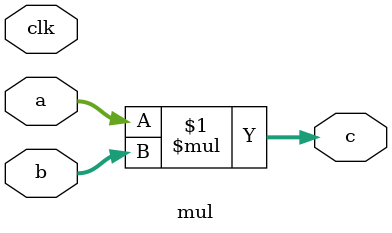
<source format=v>


//     reg [11:0] ai,bi;
//     reg [23:0] ci;
//     wire [23:0] cii;

//     always @(posedge clk) begin
//         ai <= a;
//         bi <= b;
//     end

//     always @(posedge clk) begin
//         ci <= cii+1;
//     end


//     assign c = ci;

//     mul mul(clk, ai,bi,cii);

// endmodule


(*use_dsp="no"*)
module mul(
    input clk,
    input [11:0] a,
    input [11:0] b,
    output [23:0] c
    );
    // reg [23:0] ci;
    // always@(posedge clk) begin 
        // ci <= a*b;
    // end
    assign c = a*b;
    // assign c = ci;

endmodule

</source>
